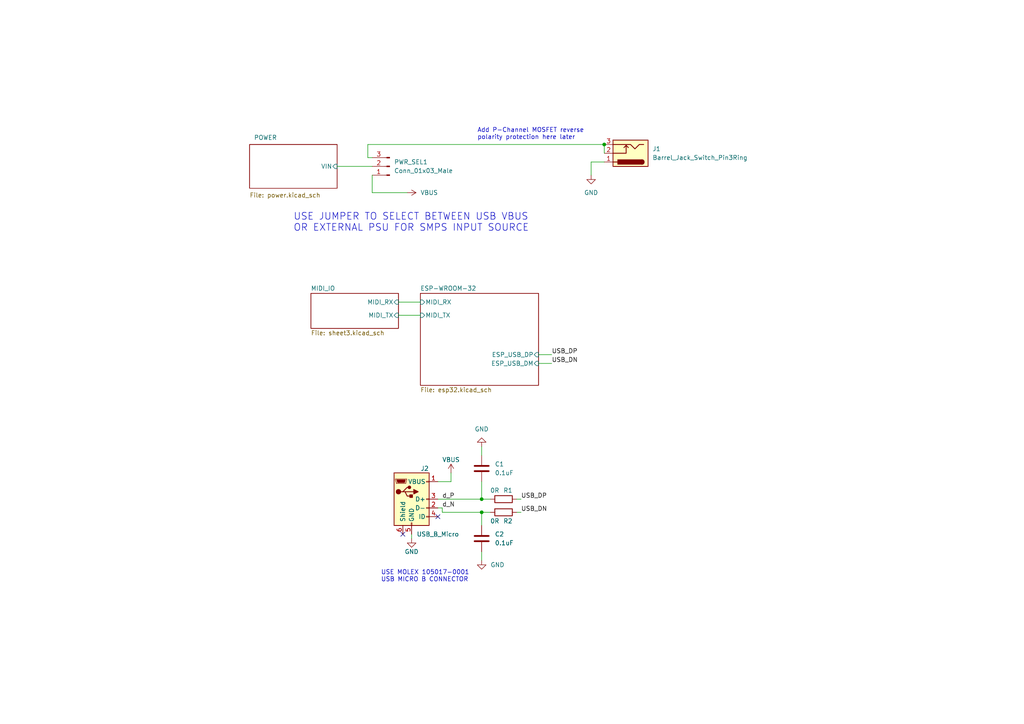
<source format=kicad_sch>
(kicad_sch (version 20211123) (generator eeschema)
  (paper "A4")
  (lib_symbols
    (symbol "Connector:Barrel_Jack_Switch_Pin3Ring" (pin_names hide)
      (property "Reference" "J" (at 0 5.334 0))
      (property "Value" "Barrel_Jack_Switch_Pin3Ring" (at 0 -5.08 0))
      (symbol "Barrel_Jack_Switch_Pin3Ring_0_1"
        (rectangle (start -5.08 3.81) (end 5.08 -3.81) (stroke (width 0.254)) (fill (type background)))
        (arc (start -3.302 3.175) (mid -3.937 2.54) (end -3.302 1.905) (stroke (width 0.254)))
        (arc (start -3.302 3.175) (mid -3.937 2.54) (end -3.302 1.905) (stroke (width 0.254)) (fill (type outline)))
        (polyline (pts (xy 1.27 -2.286) (xy 1.905 -1.651)) (stroke (width 0.254)))
        (polyline (pts (xy 5.08 2.54) (xy 3.81 2.54)) (stroke (width 0.254)))
        (polyline (pts (xy 5.08 0) (xy 1.27 0) (xy 1.27 -2.286) (xy 0.635 -1.651)) (stroke (width 0.254)))
        (polyline (pts (xy -3.81 -2.54) (xy -2.54 -2.54) (xy -1.27 -1.27) (xy 0 -2.54) (xy 2.54 -2.54) (xy 5.08 -2.54)) (stroke (width 0.254)))
        (rectangle (start 3.683 3.175) (end -3.302 1.905) (stroke (width 0.254)) (fill (type outline)))
      )
      (symbol "Barrel_Jack_Switch_Pin3Ring_1_1"
        (pin passive line (at 7.62 2.54 180) (length 2.54) (name "~") (number "1"))
        (pin passive line (at 7.62 0 180) (length 2.54) (name "~") (number "2"))
        (pin passive line (at 7.62 -2.54 180) (length 2.54) (name "~") (number "3"))
      )
    )
    (symbol "Connector:Conn_01x03_Male" (pin_names (offset 1.016) hide)
      (property "Reference" "J" (at 0 5.08 0))
      (property "Value" "Conn_01x03_Male" (at 0 -5.08 0))
      (symbol "Conn_01x03_Male_1_1"
        (polyline (pts (xy 1.27 -2.54) (xy 0.8636 -2.54)) (stroke (width 0.1524)))
        (polyline (pts (xy 1.27 0) (xy 0.8636 0)) (stroke (width 0.1524)))
        (polyline (pts (xy 1.27 2.54) (xy 0.8636 2.54)) (stroke (width 0.1524)))
        (rectangle (start 0.8636 -2.413) (end 0 -2.667) (stroke (width 0.1524)) (fill (type outline)))
        (rectangle (start 0.8636 0.127) (end 0 -0.127) (stroke (width 0.1524)) (fill (type outline)))
        (rectangle (start 0.8636 2.667) (end 0 2.413) (stroke (width 0.1524)) (fill (type outline)))
        (pin passive line (at 5.08 2.54 180) (length 3.81) (name "Pin_1") (number "1"))
        (pin passive line (at 5.08 0 180) (length 3.81) (name "Pin_2") (number "2"))
        (pin passive line (at 5.08 -2.54 180) (length 3.81) (name "Pin_3") (number "3"))
      )
    )
    (symbol "Connector:USB_B_Micro" (pin_names (offset 1.016))
      (property "Reference" "J" (at -5.08 11.43 0))
      (property "Value" "USB_B_Micro" (at -5.08 8.89 0))
      (symbol "USB_B_Micro_0_1"
        (rectangle (start -5.08 -7.62) (end 5.08 7.62) (stroke (width 0.254)) (fill (type background)))
        (circle (center -3.81 2.159) (radius 0.635) (stroke (width 0.254)) (fill (type outline)))
        (circle (center -0.635 3.429) (radius 0.381) (stroke (width 0.254)) (fill (type outline)))
        (rectangle (start -0.127 -7.62) (end 0.127 -6.858))
        (polyline (pts (xy -1.905 2.159) (xy 0.635 2.159)) (stroke (width 0.254)))
        (polyline (pts (xy -3.175 2.159) (xy -2.54 2.159) (xy -1.27 3.429) (xy -0.635 3.429)) (stroke (width 0.254)))
        (polyline (pts (xy -2.54 2.159) (xy -1.905 2.159) (xy -1.27 0.889) (xy 0 0.889)) (stroke (width 0.254)))
        (polyline (pts (xy 0.635 2.794) (xy 0.635 1.524) (xy 1.905 2.159) (xy 0.635 2.794)) (stroke (width 0.254)) (fill (type outline)))
        (polyline (pts (xy -4.318 5.588) (xy -1.778 5.588) (xy -2.032 4.826) (xy -4.064 4.826) (xy -4.318 5.588)) (fill (type outline)))
        (polyline (pts (xy -4.699 5.842) (xy -4.699 5.588) (xy -4.445 4.826) (xy -4.445 4.572) (xy -1.651 4.572) (xy -1.651 4.826) (xy -1.397 5.588) (xy -1.397 5.842) (xy -4.699 5.842)))
        (rectangle (start 0.254 1.27) (end -0.508 0.508) (stroke (width 0.254)) (fill (type outline)))
        (rectangle (start 5.08 -5.207) (end 4.318 -4.953))
        (rectangle (start 5.08 -2.667) (end 4.318 -2.413))
        (rectangle (start 5.08 -0.127) (end 4.318 0.127))
        (rectangle (start 5.08 4.953) (end 4.318 5.207))
      )
      (symbol "USB_B_Micro_1_1"
        (pin power_out line (at 7.62 5.08 180) (length 2.54) (name "VBUS") (number "1"))
        (pin bidirectional line (at 7.62 -2.54 180) (length 2.54) (name "D-") (number "2"))
        (pin bidirectional line (at 7.62 0 180) (length 2.54) (name "D+") (number "3"))
        (pin passive line (at 7.62 -5.08 180) (length 2.54) (name "ID") (number "4"))
        (pin power_out line (at 0 -10.16 90) (length 2.54) (name "GND") (number "5"))
        (pin passive line (at -2.54 -10.16 90) (length 2.54) (name "Shield") (number "6"))
      )
    )
    (symbol "Device:C" (pin_numbers hide) (pin_names (offset 0.254))
      (property "Reference" "C" (at 0.635 2.54 0))
      (property "Value" "C" (at 0.635 -2.54 0))
      (symbol "C_0_1"
        (polyline (pts (xy -2.032 -0.762) (xy 2.032 -0.762)) (stroke (width 0.508)))
        (polyline (pts (xy -2.032 0.762) (xy 2.032 0.762)) (stroke (width 0.508)))
      )
      (symbol "C_1_1"
        (pin passive line (at 0 3.81 270) (length 2.794) (name "~") (number "1"))
        (pin passive line (at 0 -3.81 90) (length 2.794) (name "~") (number "2"))
      )
    )
    (symbol "Device:R" (pin_numbers hide) (pin_names (offset 0))
      (property "Reference" "R" (at 2.032 0 90))
      (property "Value" "R" (at 0 0 90))
      (symbol "R_0_1"
        (rectangle (start -1.016 -2.54) (end 1.016 2.54) (stroke (width 0.254)))
      )
      (symbol "R_1_1"
        (pin passive line (at 0 3.81 270) (length 1.27) (name "~") (number "1"))
        (pin passive line (at 0 -3.81 90) (length 1.27) (name "~") (number "2"))
      )
    )
    (symbol "power:GND" (power) (pin_names (offset 0))
      (property "Value" "GND" (at 0 -3.81 0))
      (symbol "GND_0_1"
        (polyline (pts (xy 0 0) (xy 0 -1.27) (xy 1.27 -1.27) (xy 0 -2.54) (xy -1.27 -1.27) (xy 0 -1.27)))
      )
      (symbol "GND_1_1"
        (pin power_in line (at 0 0 270) (length 0) hide (name "GND") (number "1"))
      )
    )
    (symbol "power:VBUS" (power) (pin_names (offset 0))
      (property "Value" "VBUS" (at 0 3.81 0))
      (symbol "VBUS_0_1"
        (polyline (pts (xy -0.762 1.27) (xy 0 2.54)))
        (polyline (pts (xy 0 0) (xy 0 2.54)))
        (polyline (pts (xy 0 2.54) (xy 0.762 1.27)))
      )
      (symbol "VBUS_1_1"
        (pin power_in line (at 0 0 90) (length 0) hide (name "VBUS") (number "1"))
      )
    )
  )
  (junction (at 139.7 144.78))
  (junction (at 175.26 41.91))
  (junction (at 139.7 148.59))
  (no_connect (at 127 149.86))
  (no_connect (at 116.84 154.94))
  (wire (pts (xy 128.27 148.59) (xy 128.27 147.32)))
  (wire (pts (xy 130.81 137.16) (xy 130.81 139.7)))
  (wire (pts (xy 139.7 129.54) (xy 139.7 132.08)))
  (wire (pts (xy 127 139.7) (xy 130.81 139.7)))
  (wire (pts (xy 107.95 50.8) (xy 107.95 55.88)))
  (wire (pts (xy 171.45 46.99) (xy 171.45 50.8)))
  (wire (pts (xy 139.7 160.02) (xy 139.7 162.56)))
  (wire (pts (xy 151.13 144.78) (xy 149.86 144.78)))
  (wire (pts (xy 106.68 41.91) (xy 106.68 45.72)))
  (wire (pts (xy 142.24 148.59) (xy 139.7 148.59)))
  (wire (pts (xy 97.79 48.26) (xy 107.95 48.26)))
  (wire (pts (xy 175.26 46.99) (xy 171.45 46.99)))
  (wire (pts (xy 119.38 154.94) (xy 119.38 156.21)))
  (wire (pts (xy 149.86 148.59) (xy 151.13 148.59)))
  (wire (pts (xy 128.27 147.32) (xy 127 147.32)))
  (wire (pts (xy 127 144.78) (xy 139.7 144.78)))
  (wire (pts (xy 156.21 105.41) (xy 160.02 105.41)))
  (wire (pts (xy 107.95 55.88) (xy 118.11 55.88)))
  (wire (pts (xy 139.7 144.78) (xy 142.24 144.78)))
  (wire (pts (xy 139.7 148.59) (xy 139.7 152.4)))
  (wire (pts (xy 139.7 148.59) (xy 128.27 148.59)))
  (wire (pts (xy 139.7 139.7) (xy 139.7 144.78)))
  (wire (pts (xy 156.21 102.87) (xy 160.02 102.87)))
  (wire (pts (xy 115.57 87.63) (xy 121.92 87.63)))
  (wire (pts (xy 115.57 91.44) (xy 121.92 91.44)))
  (wire (pts (xy 175.26 41.91) (xy 175.26 44.45)))
  (wire (pts (xy 106.68 45.72) (xy 107.95 45.72)))
  (wire (pts (xy 106.68 41.91) (xy 175.26 41.91)))
  (text "Add P-Channel MOSFET reverse\npolarity protection here later" (at 138.43 40.64 0) (effects (font (size 1.27 1.27)) (justify left bottom)))
  (text "USE JUMPER TO SELECT BETWEEN USB VBUS\nOR EXTERNAL PSU FOR SMPS INPUT SOURCE" (at 85.09 67.31 0) (effects (font (size 2 2)) (justify left bottom)))
  (text "USE MOLEX 105017-0001\nUSB MICRO B CONNECTOR" (at 110.49 168.91 0) (effects (font (size 1.27 1.27)) (justify left bottom)))
  (label "d_N" (at 128.27 147.32 0))
  (label "d_P" (at 128.27 144.78 0))
  (label "USB_DP" (at 160.02 102.87 0))
  (label "USB_DP" (at 151.13 144.78 0))
  (label "USB_DN" (at 160.02 105.41 0))
  (label "USB_DN" (at 151.13 148.59 0))
  (symbol (lib_id "Connector:Conn_01x03_Male") (at 113.03 48.26 180) (unit 1)
    (property "Reference" "PWR_SEL1" (at 114.3 46.9899 0) (effects (justify right)))
    (property "Value" "Conn_01x03_Male" (at 114.3 49.5299 0) (effects (justify right)))
    (property "Footprint" "Connector_PinHeader_2.54mm:PinHeader_1x03_P2.54mm_Vertical" (effects hide))
  )
  (symbol (lib_id "power:VBUS") (at 130.81 137.16 0) (unit 1)
    (property "Reference" "#PWR04" (effects hide))
    (property "Value" "VBUS" (at 130.81 133.35 0))
  )
  (symbol (lib_id "Device:C") (at 139.7 156.21 0) (unit 1)
    (property "Reference" "C2" (at 143.51 154.9399 0) (effects (justify left)))
    (property "Value" "0.1uF" (at 143.51 157.4799 0) (effects (justify left)))
    (property "Footprint" "Capacitor_SMD:C_0603_1608Metric" (effects hide))
  )
  (symbol (lib_id "Device:R") (at 146.05 144.78 270) (unit 1)
    (property "Reference" "R1" (at 147.32 142.24 90))
    (property "Value" "0R" (at 143.51 142.24 90))
    (property "Footprint" "Resistor_SMD:R_0603_1608Metric" (effects hide))
    (property "LCSC" "C21189" (effects hide))
  )
  (symbol (lib_id "power:GND") (at 119.38 156.21 0) (unit 1)
    (property "Reference" "#PWR05" (effects hide))
    (property "Value" "GND" (at 119.38 160.02 0))
  )
  (symbol (lib_id "Device:R") (at 146.05 148.59 270) (unit 1)
    (property "Reference" "R2" (at 147.32 151.13 90))
    (property "Value" "0R" (at 143.51 151.13 90))
    (property "Footprint" "Resistor_SMD:R_0603_1608Metric" (effects hide))
    (property "LCSC" "C21189" (effects hide))
  )
  (symbol (lib_id "power:VBUS") (at 118.11 55.88 270) (unit 1)
    (property "Reference" "#PWR02" (effects hide))
    (property "Value" "VBUS" (at 121.92 55.8799 90) (effects (justify left)))
  )
  (symbol (lib_id "Connector:USB_B_Micro") (at 119.38 144.78 0) (unit 1)
    (property "Reference" "J2" (at 123.19 135.89 0))
    (property "Value" "USB_B_Micro" (at 127 154.94 0))
    (property "Footprint" "Connector_USB:USB_Micro-B_Molex-105017-0001" (effects hide))
  )
  (symbol (lib_id "power:GND") (at 171.45 50.8 0) (unit 1)
    (property "Reference" "#PWR01" (effects hide))
    (property "Value" "GND" (at 171.45 55.88 0))
  )
  (symbol (lib_id "Connector:Barrel_Jack_Switch_Pin3Ring") (at 182.88 44.45 180) (unit 1)
    (property "Reference" "J1" (at 189.23 43.1799 0) (effects (justify right)))
    (property "Value" "Barrel_Jack_Switch_Pin3Ring" (at 189.23 45.7199 0) (effects (justify right)))
    (property "Footprint" "User_Global_Library:FC68148_DC_BARREL" (effects hide))
  )
  (symbol (lib_id "Device:C") (at 139.7 135.89 0) (unit 1)
    (property "Reference" "C1" (at 143.51 134.6199 0) (effects (justify left)))
    (property "Value" "0.1uF" (at 143.51 137.1599 0) (effects (justify left)))
    (property "Footprint" "Capacitor_SMD:C_0603_1608Metric" (effects hide))
  )
  (symbol (lib_id "power:GND") (at 139.7 162.56 0) (unit 1)
    (property "Reference" "#PWR06" (effects hide))
    (property "Value" "GND" (at 142.24 163.8299 0) (effects (justify left)))
  )
  (symbol (lib_id "power:GND") (at 139.7 129.54 180) (unit 1)
    (property "Reference" "#PWR03" (effects hide))
    (property "Value" "GND" (at 139.7 124.46 0))
  )
  (sheet (at 121.92 85.09) (size 34.29 26.67) (stroke (width 0.1524))
    (property "Sheet name" "ESP-WROOM-32" (at 121.92 84.3784 0) (effects (justify left bottom)))
    (property "Sheet file" "esp32.kicad_sch" (at 121.92 112.3446 0) (effects (justify left top)))
    (pin "ESP_USB_DM" input (at 156.21 105.41 0))
    (pin "ESP_USB_DP" input (at 156.21 102.87 0))
    (pin "MIDI_RX" input (at 121.92 87.63 180))
    (pin "MIDI_TX" input (at 121.92 91.44 180))
  )
  (sheet (at 90.17 85.09) (size 25.4 10.16) (stroke (width 0.1524))
    (property "Sheet name" "MIDI_IO" (at 90.17 84.3784 0) (effects (justify left bottom)))
    (property "Sheet file" "sheet3.kicad_sch" (at 90.17 95.8346 0) (effects (justify left top)))
    (pin "MIDI_RX" input (at 115.57 87.63 0))
    (pin "MIDI_TX" input (at 115.57 91.44 0))
  )
  (sheet (at 72.39 41.91) (size 25.4 12.7) (stroke (width 0.1524))
    (property "Sheet name" "POWER" (at 73.66 40.64 0) (effects (justify left bottom)))
    (property "Sheet file" "power.kicad_sch" (at 72.39 55.88 0) (effects (justify left top)))
    (pin "VIN" input (at 97.79 48.26 0))
  )
)
</source>
